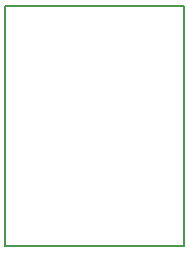
<source format=gbr>
G04 (created by PCBNEW (2013-07-07 BZR 4022)-stable) date 19-01-2014 11:17:58 PM*
%MOIN*%
G04 Gerber Fmt 3.4, Leading zero omitted, Abs format*
%FSLAX34Y34*%
G01*
G70*
G90*
G04 APERTURE LIST*
%ADD10C,0.00590551*%
%ADD11C,0.005*%
G04 APERTURE END LIST*
G54D10*
G54D11*
X100Y50D02*
X100Y8050D01*
X6050Y50D02*
X100Y50D01*
X6050Y8050D02*
X6050Y50D01*
X100Y8050D02*
X6050Y8050D01*
M02*

</source>
